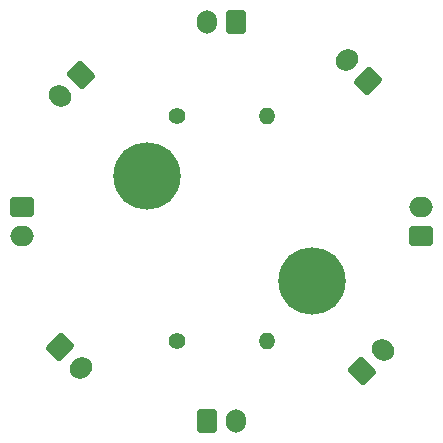
<source format=gbr>
G04 #@! TF.GenerationSoftware,KiCad,Pcbnew,7.0.2*
G04 #@! TF.CreationDate,2023-07-27T23:19:17+09:00*
G04 #@! TF.ProjectId,can_bus,63616e5f-6275-4732-9e6b-696361645f70,rev?*
G04 #@! TF.SameCoordinates,Original*
G04 #@! TF.FileFunction,Soldermask,Top*
G04 #@! TF.FilePolarity,Negative*
%FSLAX46Y46*%
G04 Gerber Fmt 4.6, Leading zero omitted, Abs format (unit mm)*
G04 Created by KiCad (PCBNEW 7.0.2) date 2023-07-27 23:19:17*
%MOMM*%
%LPD*%
G01*
G04 APERTURE LIST*
G04 Aperture macros list*
%AMRoundRect*
0 Rectangle with rounded corners*
0 $1 Rounding radius*
0 $2 $3 $4 $5 $6 $7 $8 $9 X,Y pos of 4 corners*
0 Add a 4 corners polygon primitive as box body*
4,1,4,$2,$3,$4,$5,$6,$7,$8,$9,$2,$3,0*
0 Add four circle primitives for the rounded corners*
1,1,$1+$1,$2,$3*
1,1,$1+$1,$4,$5*
1,1,$1+$1,$6,$7*
1,1,$1+$1,$8,$9*
0 Add four rect primitives between the rounded corners*
20,1,$1+$1,$2,$3,$4,$5,0*
20,1,$1+$1,$4,$5,$6,$7,0*
20,1,$1+$1,$6,$7,$8,$9,0*
20,1,$1+$1,$8,$9,$2,$3,0*%
%AMHorizOval*
0 Thick line with rounded ends*
0 $1 width*
0 $2 $3 position (X,Y) of the first rounded end (center of the circle)*
0 $4 $5 position (X,Y) of the second rounded end (center of the circle)*
0 Add line between two ends*
20,1,$1,$2,$3,$4,$5,0*
0 Add two circle primitives to create the rounded ends*
1,1,$1,$2,$3*
1,1,$1,$4,$5*%
G04 Aperture macros list end*
%ADD10RoundRect,0.250000X0.106066X-0.954594X0.954594X-0.106066X-0.106066X0.954594X-0.954594X0.106066X0*%
%ADD11HorizOval,1.700000X-0.106066X0.106066X0.106066X-0.106066X0*%
%ADD12C,5.700000*%
%ADD13RoundRect,0.250000X0.600000X0.750000X-0.600000X0.750000X-0.600000X-0.750000X0.600000X-0.750000X0*%
%ADD14O,1.700000X2.000000*%
%ADD15RoundRect,0.250000X0.954594X0.106066X0.106066X0.954594X-0.954594X-0.106066X-0.106066X-0.954594X0*%
%ADD16HorizOval,1.700000X0.106066X0.106066X-0.106066X-0.106066X0*%
%ADD17RoundRect,0.250000X-0.600000X-0.750000X0.600000X-0.750000X0.600000X0.750000X-0.600000X0.750000X0*%
%ADD18RoundRect,0.250000X0.750000X-0.600000X0.750000X0.600000X-0.750000X0.600000X-0.750000X-0.600000X0*%
%ADD19O,2.000000X1.700000*%
%ADD20C,1.400000*%
%ADD21O,1.400000X1.400000*%
%ADD22RoundRect,0.250000X-0.954594X-0.106066X-0.106066X-0.954594X0.954594X0.106066X0.106066X0.954594X0*%
%ADD23HorizOval,1.700000X-0.106066X-0.106066X0.106066X0.106066X0*%
%ADD24RoundRect,0.250000X-0.106066X0.954594X-0.954594X0.106066X0.106066X-0.954594X0.954594X-0.106066X0*%
%ADD25RoundRect,0.250000X-0.750000X0.600000X-0.750000X-0.600000X0.750000X-0.600000X0.750000X0.600000X0*%
G04 APERTURE END LIST*
D10*
X138916600Y-78740000D03*
D11*
X140684367Y-76972233D03*
D12*
X120650000Y-62230000D03*
D13*
X128250000Y-49170000D03*
D14*
X125750000Y-49170000D03*
D15*
X139414400Y-54123400D03*
D16*
X137646633Y-52355633D03*
D17*
X125750000Y-82910000D03*
D14*
X128250000Y-82910000D03*
D18*
X143870000Y-67290000D03*
D19*
X143870000Y-64790000D03*
D20*
X123190000Y-76200000D03*
D21*
X130810000Y-76200000D03*
D20*
X123190000Y-57150000D03*
D21*
X130810000Y-57150000D03*
D12*
X134620000Y-71120000D03*
D22*
X113315600Y-76686600D03*
D23*
X115083367Y-78454367D03*
D24*
X115083400Y-53625600D03*
D11*
X113315633Y-55393367D03*
D25*
X110130000Y-64790000D03*
D19*
X110130000Y-67290000D03*
M02*

</source>
